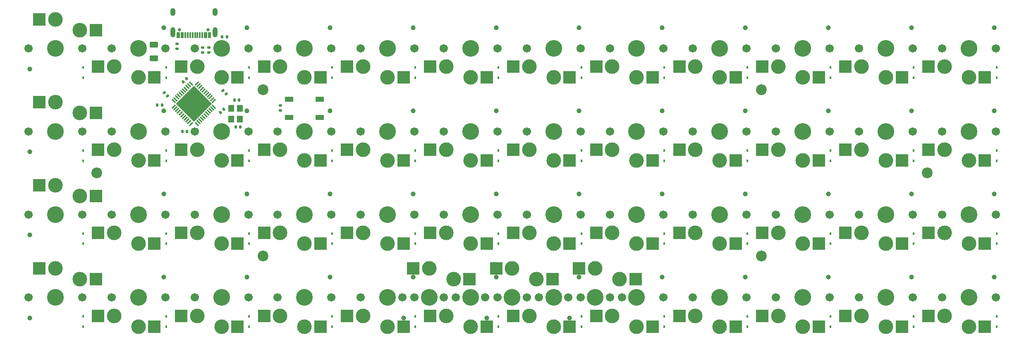
<source format=gbs>
G04 #@! TF.GenerationSoftware,KiCad,Pcbnew,(6.0.4-0)*
G04 #@! TF.CreationDate,2023-09-21T22:36:30-05:00*
G04 #@! TF.ProjectId,dogema48_cfx,646f6765-6d61-4343-985f-6366782e6b69,rev?*
G04 #@! TF.SameCoordinates,Original*
G04 #@! TF.FileFunction,Soldermask,Bot*
G04 #@! TF.FilePolarity,Negative*
%FSLAX45Y45*%
G04 Gerber Fmt 4.5, Leading zero omitted, Abs format (unit mm)*
G04 Created by KiCad (PCBNEW (6.0.4-0)) date 2023-09-21 22:36:30*
%MOMM*%
%LPD*%
G01*
G04 APERTURE LIST*
G04 Aperture macros list*
%AMRoundRect*
0 Rectangle with rounded corners*
0 $1 Rounding radius*
0 $2 $3 $4 $5 $6 $7 $8 $9 X,Y pos of 4 corners*
0 Add a 4 corners polygon primitive as box body*
4,1,4,$2,$3,$4,$5,$6,$7,$8,$9,$2,$3,0*
0 Add four circle primitives for the rounded corners*
1,1,$1+$1,$2,$3*
1,1,$1+$1,$4,$5*
1,1,$1+$1,$6,$7*
1,1,$1+$1,$8,$9*
0 Add four rect primitives between the rounded corners*
20,1,$1+$1,$2,$3,$4,$5,0*
20,1,$1+$1,$4,$5,$6,$7,0*
20,1,$1+$1,$6,$7,$8,$9,0*
20,1,$1+$1,$8,$9,$2,$3,0*%
%AMRotRect*
0 Rectangle, with rotation*
0 The origin of the aperture is its center*
0 $1 length*
0 $2 width*
0 $3 Rotation angle, in degrees counterclockwise*
0 Add horizontal line*
21,1,$1,$2,0,0,$3*%
G04 Aperture macros list end*
%ADD10C,3.429000*%
%ADD11C,1.701800*%
%ADD12C,3.000000*%
%ADD13C,0.990600*%
%ADD14R,2.600000X2.600000*%
%ADD15C,2.200000*%
%ADD16R,0.450000X0.600000*%
%ADD17RoundRect,0.140000X0.219203X0.021213X0.021213X0.219203X-0.219203X-0.021213X-0.021213X-0.219203X0*%
%ADD18RoundRect,0.135000X-0.185000X0.135000X-0.185000X-0.135000X0.185000X-0.135000X0.185000X0.135000X0*%
%ADD19RoundRect,0.140000X0.021213X-0.219203X0.219203X-0.021213X-0.021213X0.219203X-0.219203X0.021213X0*%
%ADD20RoundRect,0.062500X0.291682X0.380070X-0.380070X-0.291682X-0.291682X-0.380070X0.380070X0.291682X0*%
%ADD21RoundRect,0.062500X-0.291682X0.380070X-0.380070X0.291682X0.291682X-0.380070X0.380070X-0.291682X0*%
%ADD22RotRect,5.200000X5.200000X225.000000*%
%ADD23RoundRect,0.140000X-0.140000X-0.170000X0.140000X-0.170000X0.140000X0.170000X-0.140000X0.170000X0*%
%ADD24R,1.200000X1.400000*%
%ADD25RoundRect,0.140000X-0.021213X0.219203X-0.219203X0.021213X0.021213X-0.219203X0.219203X-0.021213X0*%
%ADD26RoundRect,0.135000X0.135000X0.185000X-0.135000X0.185000X-0.135000X-0.185000X0.135000X-0.185000X0*%
%ADD27R,1.800000X1.100000*%
%ADD28RoundRect,0.135000X-0.135000X-0.185000X0.135000X-0.185000X0.135000X0.185000X-0.135000X0.185000X0*%
%ADD29RoundRect,0.140000X0.140000X0.170000X-0.140000X0.170000X-0.140000X-0.170000X0.140000X-0.170000X0*%
%ADD30C,0.650000*%
%ADD31R,0.300000X1.150000*%
%ADD32O,1.000000X2.100000*%
%ADD33O,1.000000X1.600000*%
%ADD34RoundRect,0.250000X-0.625000X0.375000X-0.625000X-0.375000X0.625000X-0.375000X0.625000X0.375000X0*%
%ADD35RoundRect,0.140000X-0.219203X-0.021213X-0.021213X-0.219203X0.219203X0.021213X0.021213X0.219203X0*%
G04 APERTURE END LIST*
D10*
G04 #@! TO.C,SW25*
X15087493Y-5737497D03*
D11*
X15637493Y-5737497D03*
D12*
X15087493Y-6332497D03*
D11*
X14537493Y-5737497D03*
D12*
X14587493Y-6112497D03*
D13*
X15609493Y-5317497D03*
D14*
X15414993Y-6332497D03*
X14259993Y-6112497D03*
G04 #@! TD*
D11*
G04 #@! TO.C,SW17*
X19037491Y-4037498D03*
D12*
X18487491Y-4632498D03*
D11*
X17937491Y-4037498D03*
D12*
X17987491Y-4412498D03*
D10*
X18487491Y-4037498D03*
D13*
X19009491Y-3617498D03*
D14*
X18814991Y-4632498D03*
X17659991Y-4412498D03*
G04 #@! TD*
D12*
G04 #@! TO.C,SW23*
X11687494Y-6332497D03*
D10*
X11687494Y-5737497D03*
D11*
X11137495Y-5737497D03*
D12*
X11187494Y-6112497D03*
D11*
X12237494Y-5737497D03*
D13*
X12209494Y-5317497D03*
D14*
X12014994Y-6332497D03*
X10859995Y-6112497D03*
G04 #@! TD*
D11*
G04 #@! TO.C,SW26*
X17337492Y-5737497D03*
D12*
X16787492Y-6332497D03*
X16287492Y-6112497D03*
D13*
X17309492Y-5317497D03*
D10*
X16787492Y-5737497D03*
D11*
X16237492Y-5737497D03*
D14*
X17114992Y-6332497D03*
X15959992Y-6112497D03*
G04 #@! TD*
D10*
G04 #@! TO.C,SW13*
X11687494Y-4037498D03*
D11*
X11137495Y-4037498D03*
D13*
X12209494Y-3617498D03*
D12*
X11187494Y-4412498D03*
D11*
X12237494Y-4037498D03*
D12*
X11687494Y-4632498D03*
D14*
X12014994Y-4632498D03*
X10859995Y-4412498D03*
G04 #@! TD*
D15*
G04 #@! TO.C,H4*
X26137488Y-4887498D03*
G04 #@! TD*
D12*
G04 #@! TO.C,SW20*
X23087489Y-4412498D03*
D11*
X24137489Y-4037498D03*
X23037489Y-4037498D03*
D12*
X23587489Y-4632498D03*
D10*
X23587489Y-4037498D03*
D13*
X24109489Y-3617498D03*
D14*
X23914989Y-4632498D03*
X22759989Y-4412498D03*
G04 #@! TD*
D11*
G04 #@! TO.C,SW16*
X16237492Y-4037498D03*
X17337492Y-4037498D03*
D13*
X17309492Y-3617498D03*
D12*
X16287492Y-4412498D03*
X16787492Y-4632498D03*
D10*
X16787492Y-4037498D03*
D14*
X17114992Y-4632498D03*
X15959992Y-4412498D03*
G04 #@! TD*
D12*
G04 #@! TO.C,SW4*
X12887494Y-2712499D03*
X13387494Y-2932499D03*
D10*
X13387494Y-2337499D03*
D13*
X13909494Y-1917499D03*
D11*
X12837494Y-2337499D03*
X13937494Y-2337499D03*
D14*
X13714994Y-2932499D03*
X12559994Y-2712499D03*
G04 #@! TD*
D10*
G04 #@! TO.C,SW1*
X8287496Y-2337499D03*
D12*
X8287496Y-1742499D03*
X8787496Y-1962499D03*
D11*
X7737496Y-2337499D03*
X8837496Y-2337499D03*
D13*
X7765496Y-2757499D03*
D14*
X7959996Y-1742499D03*
X9114996Y-1962499D03*
G04 #@! TD*
D12*
G04 #@! TO.C,SW29*
X21887490Y-6332497D03*
D10*
X21887490Y-5737497D03*
D11*
X22437490Y-5737497D03*
D13*
X22409490Y-5317497D03*
D11*
X21337490Y-5737497D03*
D12*
X21387490Y-6112497D03*
D14*
X22214990Y-6332497D03*
X21059990Y-6112497D03*
G04 #@! TD*
D12*
G04 #@! TO.C,SW15*
X15087493Y-4632498D03*
D11*
X15637493Y-4037498D03*
D13*
X15609493Y-3617498D03*
D11*
X14537493Y-4037498D03*
D12*
X14587493Y-4412498D03*
D10*
X15087493Y-4037498D03*
D14*
X15414993Y-4632498D03*
X14259993Y-4412498D03*
G04 #@! TD*
D11*
G04 #@! TO.C,SW34*
X13937494Y-7437496D03*
D13*
X13909494Y-7017496D03*
D10*
X13387494Y-7437496D03*
D11*
X12837494Y-7437496D03*
D12*
X13387494Y-8032496D03*
X12887494Y-7812496D03*
D14*
X13714994Y-8032496D03*
X12559994Y-7812496D03*
G04 #@! TD*
D10*
G04 #@! TO.C,SW6*
X16787492Y-2337499D03*
D12*
X16787492Y-2932499D03*
D11*
X17337492Y-2337499D03*
D12*
X16287492Y-2712499D03*
D13*
X17309492Y-1917499D03*
D11*
X16237492Y-2337499D03*
D14*
X17114992Y-2932499D03*
X15959992Y-2712499D03*
G04 #@! TD*
D13*
G04 #@! TO.C,SW10*
X24109489Y-1917499D03*
D12*
X23087489Y-2712499D03*
D10*
X23587489Y-2337499D03*
D12*
X23587489Y-2932499D03*
D11*
X23037489Y-2337499D03*
X24137489Y-2337499D03*
D14*
X23914989Y-2932499D03*
X22759989Y-2712499D03*
G04 #@! TD*
D11*
G04 #@! TO.C,SW46*
X27537487Y-5737497D03*
D13*
X27509487Y-5317497D03*
D10*
X26987487Y-5737497D03*
D12*
X26987487Y-6332497D03*
X26487487Y-6112497D03*
D11*
X26437487Y-5737497D03*
D14*
X27314987Y-6332497D03*
X26159987Y-6112497D03*
G04 #@! TD*
D13*
G04 #@! TO.C,SW47*
X17115492Y-7857496D03*
D12*
X18137492Y-7062496D03*
D11*
X17087492Y-7437496D03*
D10*
X17637492Y-7437496D03*
D12*
X17637492Y-6842496D03*
D11*
X18187492Y-7437496D03*
D14*
X17309992Y-6842496D03*
X18464992Y-7062496D03*
G04 #@! TD*
D13*
G04 #@! TO.C,SW33*
X12209494Y-7017496D03*
D12*
X11187494Y-7812496D03*
D11*
X12237494Y-7437496D03*
D10*
X11687494Y-7437496D03*
D12*
X11687494Y-8032496D03*
D11*
X11137495Y-7437496D03*
D14*
X12014994Y-8032496D03*
X10859995Y-7812496D03*
G04 #@! TD*
D13*
G04 #@! TO.C,SW27*
X19009491Y-5317497D03*
D11*
X19037491Y-5737497D03*
D12*
X18487491Y-6332497D03*
D11*
X17937491Y-5737497D03*
D10*
X18487491Y-5737497D03*
D12*
X17987491Y-6112497D03*
D14*
X18814991Y-6332497D03*
X17659991Y-6112497D03*
G04 #@! TD*
D12*
G04 #@! TO.C,SW51*
X19337491Y-6842496D03*
D13*
X18815491Y-7857496D03*
D10*
X19337491Y-7437496D03*
D11*
X18787491Y-7437496D03*
X19887491Y-7437496D03*
D12*
X19837491Y-7062496D03*
D14*
X19009991Y-6842496D03*
X20164991Y-7062496D03*
G04 #@! TD*
D11*
G04 #@! TO.C,SW30*
X23037489Y-5737497D03*
X24137489Y-5737497D03*
D13*
X24109489Y-5317497D03*
D12*
X23087489Y-6112497D03*
X23587489Y-6332497D03*
D10*
X23587489Y-5737497D03*
D14*
X23914989Y-6332497D03*
X22759989Y-6112497D03*
G04 #@! TD*
D10*
G04 #@! TO.C,SW44*
X26987487Y-4037498D03*
D12*
X26487487Y-4412498D03*
D13*
X27509487Y-3617498D03*
D11*
X27537487Y-4037498D03*
X26437487Y-4037498D03*
D12*
X26987487Y-4632498D03*
D14*
X27314987Y-4632498D03*
X26159987Y-4412498D03*
G04 #@! TD*
D15*
G04 #@! TO.C,H5*
X12537494Y-6587497D03*
G04 #@! TD*
G04 #@! TO.C,H2*
X22737489Y-3187498D03*
G04 #@! TD*
D11*
G04 #@! TO.C,SW7*
X19037491Y-2337499D03*
D12*
X18487491Y-2932499D03*
X17987491Y-2712499D03*
D11*
X17937491Y-2337499D03*
D10*
X18487491Y-2337499D03*
D13*
X19009491Y-1917499D03*
D14*
X18814991Y-2932499D03*
X17659991Y-2712499D03*
G04 #@! TD*
D12*
G04 #@! TO.C,SW19*
X21387490Y-4412498D03*
X21887490Y-4632498D03*
D10*
X21887490Y-4037498D03*
D11*
X21337490Y-4037498D03*
X22437490Y-4037498D03*
D13*
X22409490Y-3617498D03*
D14*
X22214990Y-4632498D03*
X21059990Y-4412498D03*
G04 #@! TD*
D11*
G04 #@! TO.C,SW50*
X16487492Y-7437496D03*
D10*
X15937492Y-7437496D03*
D13*
X15415492Y-7857496D03*
D12*
X15937492Y-6842496D03*
D11*
X15387492Y-7437496D03*
D12*
X16437492Y-7062496D03*
D14*
X15609992Y-6842496D03*
X16764992Y-7062496D03*
G04 #@! TD*
D12*
G04 #@! TO.C,SW40*
X23587489Y-8032496D03*
D10*
X23587489Y-7437496D03*
D13*
X24109489Y-7017496D03*
D11*
X23037489Y-7437496D03*
X24137489Y-7437496D03*
D12*
X23087489Y-7812496D03*
D14*
X23914989Y-8032496D03*
X22759989Y-7812496D03*
G04 #@! TD*
D15*
G04 #@! TO.C,H6*
X22737489Y-6587497D03*
G04 #@! TD*
D11*
G04 #@! TO.C,SW24*
X13937494Y-5737497D03*
D13*
X13909494Y-5317497D03*
D12*
X12887494Y-6112497D03*
D10*
X13387494Y-5737497D03*
D12*
X13387494Y-6332497D03*
D11*
X12837494Y-5737497D03*
D14*
X13714994Y-6332497D03*
X12559994Y-6112497D03*
G04 #@! TD*
D11*
G04 #@! TO.C,SW49*
X26437487Y-7437496D03*
D10*
X26987487Y-7437496D03*
D11*
X27537487Y-7437496D03*
D12*
X26487487Y-7812496D03*
X26987487Y-8032496D03*
D13*
X27509487Y-7017496D03*
D14*
X27314987Y-8032496D03*
X26159987Y-7812496D03*
G04 #@! TD*
D12*
G04 #@! TO.C,SW32*
X9987495Y-8032496D03*
X9487495Y-7812496D03*
D11*
X10537495Y-7437496D03*
D10*
X9987495Y-7437496D03*
D13*
X10509495Y-7017496D03*
D11*
X9437495Y-7437496D03*
D14*
X10314995Y-8032496D03*
X9159995Y-7812496D03*
G04 #@! TD*
D12*
G04 #@! TO.C,SW5*
X15087493Y-2932499D03*
D10*
X15087493Y-2337499D03*
D13*
X15609493Y-1917499D03*
D11*
X15637493Y-2337499D03*
X14537493Y-2337499D03*
D12*
X14587493Y-2712499D03*
D14*
X15414993Y-2932499D03*
X14259993Y-2712499D03*
G04 #@! TD*
D11*
G04 #@! TO.C,SW48*
X24737488Y-7437496D03*
D10*
X25287488Y-7437496D03*
D12*
X25287488Y-8032496D03*
X24787488Y-7812496D03*
D13*
X25809488Y-7017496D03*
D11*
X25837488Y-7437496D03*
D14*
X25614988Y-8032496D03*
X24459988Y-7812496D03*
G04 #@! TD*
D11*
G04 #@! TO.C,SW31*
X8837496Y-7437496D03*
D12*
X8787496Y-7062496D03*
D10*
X8287496Y-7437496D03*
D11*
X7737496Y-7437496D03*
D13*
X7765496Y-7857496D03*
D12*
X8287496Y-6842496D03*
D14*
X7959996Y-6842496D03*
X9114996Y-7062496D03*
G04 #@! TD*
D12*
G04 #@! TO.C,SW38*
X20187491Y-8032496D03*
D13*
X20709491Y-7017496D03*
D10*
X20187491Y-7437496D03*
D11*
X19637491Y-7437496D03*
D12*
X19687491Y-7812496D03*
D11*
X20737491Y-7437496D03*
D14*
X20514991Y-8032496D03*
X19359991Y-7812496D03*
G04 #@! TD*
D11*
G04 #@! TO.C,SW35*
X14537493Y-7437496D03*
D10*
X15087493Y-7437496D03*
D11*
X15637493Y-7437496D03*
D12*
X14587493Y-7812496D03*
X15087493Y-8032496D03*
D13*
X15609493Y-7017496D03*
D14*
X15414993Y-8032496D03*
X14259993Y-7812496D03*
G04 #@! TD*
D12*
G04 #@! TO.C,SW45*
X24787488Y-6112497D03*
D13*
X25809488Y-5317497D03*
D12*
X25287488Y-6332497D03*
D10*
X25287488Y-5737497D03*
D11*
X25837488Y-5737497D03*
X24737488Y-5737497D03*
D14*
X25614988Y-6332497D03*
X24459988Y-6112497D03*
G04 #@! TD*
D13*
G04 #@! TO.C,SW18*
X20709491Y-3617498D03*
D11*
X19637491Y-4037498D03*
X20737491Y-4037498D03*
D12*
X20187491Y-4632498D03*
D10*
X20187491Y-4037498D03*
D12*
X19687491Y-4412498D03*
D14*
X20514991Y-4632498D03*
X19359991Y-4412498D03*
G04 #@! TD*
D11*
G04 #@! TO.C,SW41*
X25837488Y-2337499D03*
D12*
X24787488Y-2712499D03*
D10*
X25287488Y-2337499D03*
D12*
X25287488Y-2932499D03*
D13*
X25809488Y-1917499D03*
D11*
X24737488Y-2337499D03*
D14*
X25614988Y-2932499D03*
X24459988Y-2712499D03*
G04 #@! TD*
D12*
G04 #@! TO.C,SW3*
X11687494Y-2932499D03*
D11*
X11137495Y-2337499D03*
D12*
X11187494Y-2712499D03*
D11*
X12237494Y-2337499D03*
D13*
X12209494Y-1917499D03*
D10*
X11687494Y-2337499D03*
D14*
X12014994Y-2932499D03*
X10859995Y-2712499D03*
G04 #@! TD*
D10*
G04 #@! TO.C,SW9*
X21887490Y-2337499D03*
D11*
X22437490Y-2337499D03*
X21337490Y-2337499D03*
D12*
X21887490Y-2932499D03*
X21387490Y-2712499D03*
D13*
X22409490Y-1917499D03*
D14*
X22214990Y-2932499D03*
X21059990Y-2712499D03*
G04 #@! TD*
D13*
G04 #@! TO.C,SW14*
X13909494Y-3617498D03*
D11*
X12837494Y-4037498D03*
X13937494Y-4037498D03*
D12*
X12887494Y-4412498D03*
D10*
X13387494Y-4037498D03*
D12*
X13387494Y-4632498D03*
D14*
X13714994Y-4632498D03*
X12559994Y-4412498D03*
G04 #@! TD*
D12*
G04 #@! TO.C,SW21*
X8787496Y-5362497D03*
X8287496Y-5142497D03*
D11*
X7737496Y-5737497D03*
X8837496Y-5737497D03*
D10*
X8287496Y-5737497D03*
D13*
X7765496Y-6157497D03*
D14*
X7959996Y-5142497D03*
X9114996Y-5362497D03*
G04 #@! TD*
D12*
G04 #@! TO.C,SW2*
X9487495Y-2712499D03*
D10*
X9987495Y-2337499D03*
D13*
X10509495Y-1917499D03*
D12*
X9987495Y-2932499D03*
D11*
X9437495Y-2337499D03*
X10537495Y-2337499D03*
D14*
X10314995Y-2932499D03*
X9159995Y-2712499D03*
G04 #@! TD*
D12*
G04 #@! TO.C,SW12*
X9487495Y-4412498D03*
D13*
X10509495Y-3617498D03*
D12*
X9987495Y-4632498D03*
D10*
X9987495Y-4037498D03*
D11*
X10537495Y-4037498D03*
X9437495Y-4037498D03*
D14*
X10314995Y-4632498D03*
X9159995Y-4412498D03*
G04 #@! TD*
D12*
G04 #@! TO.C,SW36*
X16287492Y-7812496D03*
D11*
X17337492Y-7437496D03*
D12*
X16787492Y-8032496D03*
D10*
X16787492Y-7437496D03*
D13*
X17309492Y-7017496D03*
D11*
X16237492Y-7437496D03*
D14*
X17114992Y-8032496D03*
X15959992Y-7812496D03*
G04 #@! TD*
D11*
G04 #@! TO.C,SW22*
X9437495Y-5737497D03*
D12*
X9987495Y-6332497D03*
D13*
X10509495Y-5317497D03*
D11*
X10537495Y-5737497D03*
D10*
X9987495Y-5737497D03*
D12*
X9487495Y-6112497D03*
D14*
X10314995Y-6332497D03*
X9159995Y-6112497D03*
G04 #@! TD*
D11*
G04 #@! TO.C,SW43*
X24737488Y-4037498D03*
X25837488Y-4037498D03*
D12*
X24787488Y-4412498D03*
D10*
X25287488Y-4037498D03*
D13*
X25809488Y-3617498D03*
D12*
X25287488Y-4632498D03*
D14*
X25614988Y-4632498D03*
X24459988Y-4412498D03*
G04 #@! TD*
D11*
G04 #@! TO.C,SW28*
X19637491Y-5737497D03*
X20737491Y-5737497D03*
D12*
X20187491Y-6332497D03*
D13*
X20709491Y-5317497D03*
D12*
X19687491Y-6112497D03*
D10*
X20187491Y-5737497D03*
D14*
X20514991Y-6332497D03*
X19359991Y-6112497D03*
G04 #@! TD*
D15*
G04 #@! TO.C,H3*
X9137496Y-4887498D03*
G04 #@! TD*
D11*
G04 #@! TO.C,SW37*
X17937491Y-7437496D03*
D10*
X18487491Y-7437496D03*
D12*
X17987491Y-7812496D03*
X18487491Y-8032496D03*
D11*
X19037491Y-7437496D03*
D13*
X19009491Y-7017496D03*
D14*
X18814991Y-8032496D03*
X17659991Y-7812496D03*
G04 #@! TD*
D11*
G04 #@! TO.C,SW11*
X8837496Y-4037498D03*
X7737496Y-4037498D03*
D12*
X8787496Y-3662498D03*
D13*
X7765496Y-4457498D03*
D12*
X8287496Y-3442498D03*
D10*
X8287496Y-4037498D03*
D14*
X7959996Y-3442498D03*
X9114996Y-3662498D03*
G04 #@! TD*
D13*
G04 #@! TO.C,SW39*
X22409490Y-7017496D03*
D12*
X21387490Y-7812496D03*
X21887490Y-8032496D03*
D11*
X21337490Y-7437496D03*
D10*
X21887490Y-7437496D03*
D11*
X22437490Y-7437496D03*
D14*
X22214990Y-8032496D03*
X21059990Y-7812496D03*
G04 #@! TD*
D15*
G04 #@! TO.C,H1*
X12537494Y-3187498D03*
G04 #@! TD*
D10*
G04 #@! TO.C,SW42*
X26987487Y-2337499D03*
D11*
X26437487Y-2337499D03*
D13*
X27509487Y-1917499D03*
D12*
X26487487Y-2712499D03*
X26987487Y-2932499D03*
D11*
X27537487Y-2337499D03*
D14*
X27314987Y-2932499D03*
X26159987Y-2712499D03*
G04 #@! TD*
D10*
G04 #@! TO.C,SW8*
X20187491Y-2337499D03*
D12*
X20187491Y-2932499D03*
D13*
X20709491Y-1917499D03*
D12*
X19687491Y-2712499D03*
D11*
X19637491Y-2337499D03*
X20737491Y-2337499D03*
D14*
X20514991Y-2932499D03*
X19359991Y-2712499D03*
G04 #@! TD*
D16*
G04 #@! TO.C,D35*
X15654159Y-7828330D03*
X15654159Y-8038330D03*
G04 #@! TD*
G04 #@! TO.C,D31*
X8854163Y-7828330D03*
X8854163Y-8038330D03*
G04 #@! TD*
G04 #@! TO.C,D30*
X24154155Y-6128330D03*
X24154155Y-6338330D03*
G04 #@! TD*
G04 #@! TO.C,D34*
X13954160Y-7828330D03*
X13954160Y-8038330D03*
G04 #@! TD*
D17*
G04 #@! TO.C,C5*
X10583941Y-3308941D03*
X10516059Y-3241059D03*
G04 #@! TD*
D18*
G04 #@! TO.C,R4*
X11425000Y-2324000D03*
X11425000Y-2426000D03*
G04 #@! TD*
D16*
G04 #@! TO.C,D11*
X8854163Y-4428331D03*
X8854163Y-4638331D03*
G04 #@! TD*
G04 #@! TO.C,D8*
X20754157Y-2728332D03*
X20754157Y-2938332D03*
G04 #@! TD*
G04 #@! TO.C,D46*
X27554154Y-6128330D03*
X27554154Y-6338330D03*
G04 #@! TD*
G04 #@! TO.C,D22*
X10554162Y-6128330D03*
X10554162Y-6338330D03*
G04 #@! TD*
G04 #@! TO.C,D24*
X13954160Y-6128330D03*
X13954160Y-6338330D03*
G04 #@! TD*
D19*
G04 #@! TO.C,C4*
X11666059Y-3653941D03*
X11733941Y-3586059D03*
G04 #@! TD*
D20*
G04 #@! TO.C,U1*
X11180048Y-3058058D03*
X11215404Y-3093413D03*
X11250759Y-3128769D03*
X11286114Y-3164124D03*
X11321470Y-3199479D03*
X11356825Y-3234835D03*
X11392180Y-3270190D03*
X11427536Y-3305545D03*
X11462891Y-3340901D03*
X11498246Y-3376256D03*
X11533602Y-3411611D03*
D21*
X11533602Y-3530052D03*
X11498246Y-3565407D03*
X11462891Y-3600763D03*
X11427536Y-3636118D03*
X11392180Y-3671473D03*
X11356825Y-3706829D03*
X11321470Y-3742184D03*
X11286114Y-3777539D03*
X11250759Y-3812895D03*
X11215404Y-3848250D03*
X11180048Y-3883605D03*
D20*
X11061608Y-3883605D03*
X11026253Y-3848250D03*
X10990897Y-3812895D03*
X10955542Y-3777539D03*
X10920187Y-3742184D03*
X10884831Y-3706829D03*
X10849476Y-3671473D03*
X10814121Y-3636118D03*
X10778765Y-3600763D03*
X10743410Y-3565407D03*
X10708055Y-3530052D03*
D21*
X10708055Y-3411611D03*
X10743410Y-3376256D03*
X10778765Y-3340901D03*
X10814121Y-3305545D03*
X10849476Y-3270190D03*
X10884831Y-3234835D03*
X10920187Y-3199479D03*
X10955542Y-3164124D03*
X10990897Y-3128769D03*
X11026253Y-3093413D03*
X11061608Y-3058058D03*
D22*
X11120828Y-3470832D03*
G04 #@! TD*
D16*
G04 #@! TO.C,D27*
X19054158Y-6128330D03*
X19054158Y-6338330D03*
G04 #@! TD*
G04 #@! TO.C,D48*
X27554154Y-7828330D03*
X27554154Y-8038330D03*
G04 #@! TD*
G04 #@! TO.C,D4*
X13954160Y-2728332D03*
X13954160Y-2938332D03*
G04 #@! TD*
G04 #@! TO.C,D47*
X25854154Y-7828330D03*
X25854154Y-8038330D03*
G04 #@! TD*
G04 #@! TO.C,D40*
X24154155Y-7828330D03*
X24154155Y-8038330D03*
G04 #@! TD*
G04 #@! TO.C,D29*
X22454156Y-6128330D03*
X22454156Y-6338330D03*
G04 #@! TD*
G04 #@! TO.C,D28*
X20754157Y-6128330D03*
X20754157Y-6338330D03*
G04 #@! TD*
G04 #@! TO.C,D33*
X12254161Y-7828330D03*
X12254161Y-8038330D03*
G04 #@! TD*
G04 #@! TO.C,D15*
X15654159Y-4428331D03*
X15654159Y-4638331D03*
G04 #@! TD*
G04 #@! TO.C,D9*
X22454156Y-2728332D03*
X22454156Y-2938332D03*
G04 #@! TD*
G04 #@! TO.C,D21*
X8854163Y-6128330D03*
X8854163Y-6338330D03*
G04 #@! TD*
D23*
G04 #@! TO.C,C2*
X11952000Y-3400000D03*
X12048000Y-3400000D03*
G04 #@! TD*
D24*
G04 #@! TO.C,Y1*
X11890000Y-3785000D03*
X11890000Y-3565000D03*
X12060000Y-3565000D03*
X12060000Y-3785000D03*
G04 #@! TD*
D16*
G04 #@! TO.C,D42*
X27554154Y-2728332D03*
X27554154Y-2938332D03*
G04 #@! TD*
G04 #@! TO.C,D32*
X10554162Y-7828330D03*
X10554162Y-8038330D03*
G04 #@! TD*
D18*
G04 #@! TO.C,R5*
X11300000Y-2324000D03*
X11300000Y-2426000D03*
G04 #@! TD*
D16*
G04 #@! TO.C,D19*
X22454156Y-4428331D03*
X22454156Y-4638331D03*
G04 #@! TD*
G04 #@! TO.C,D41*
X25854154Y-2728332D03*
X25854154Y-2938332D03*
G04 #@! TD*
G04 #@! TO.C,D10*
X24154155Y-2728332D03*
X24154155Y-2938332D03*
G04 #@! TD*
G04 #@! TO.C,D14*
X13954160Y-4428331D03*
X13954160Y-4638331D03*
G04 #@! TD*
G04 #@! TO.C,D6*
X17354159Y-2728332D03*
X17354159Y-2938332D03*
G04 #@! TD*
D25*
G04 #@! TO.C,C7*
X10968941Y-2953559D03*
X10901059Y-3021441D03*
G04 #@! TD*
D16*
G04 #@! TO.C,D43*
X25854154Y-4428331D03*
X25854154Y-4638331D03*
G04 #@! TD*
G04 #@! TO.C,D18*
X20754157Y-4428331D03*
X20754157Y-4638331D03*
G04 #@! TD*
D26*
G04 #@! TO.C,R6*
X10476000Y-3500000D03*
X10374000Y-3500000D03*
G04 #@! TD*
D16*
G04 #@! TO.C,D16*
X17354159Y-4428331D03*
X17354159Y-4638331D03*
G04 #@! TD*
G04 #@! TO.C,D45*
X25854154Y-6128330D03*
X25854154Y-6338330D03*
G04 #@! TD*
G04 #@! TO.C,D13*
X12254161Y-4428331D03*
X12254161Y-4638331D03*
G04 #@! TD*
G04 #@! TO.C,D25*
X15654159Y-6128330D03*
X15654159Y-6338330D03*
G04 #@! TD*
D27*
G04 #@! TO.C,B1*
X13694000Y-3382000D03*
X13074000Y-3382000D03*
X13694000Y-3752000D03*
X13074000Y-3752000D03*
G04 #@! TD*
D16*
G04 #@! TO.C,D26*
X17354159Y-6128330D03*
X17354159Y-6338330D03*
G04 #@! TD*
G04 #@! TO.C,D1*
X8854163Y-2728332D03*
X8854163Y-2938332D03*
G04 #@! TD*
G04 #@! TO.C,D3*
X12254161Y-2728332D03*
X12254161Y-2938332D03*
G04 #@! TD*
G04 #@! TO.C,D44*
X27554154Y-4428331D03*
X27554154Y-4638331D03*
G04 #@! TD*
D23*
G04 #@! TO.C,C6*
X10883162Y-4037498D03*
X10979162Y-4037498D03*
G04 #@! TD*
D16*
G04 #@! TO.C,D7*
X19054158Y-2728332D03*
X19054158Y-2938332D03*
G04 #@! TD*
D28*
G04 #@! TO.C,R3*
X11699000Y-2100000D03*
X11801000Y-2100000D03*
G04 #@! TD*
D16*
G04 #@! TO.C,D23*
X12254161Y-6128330D03*
X12254161Y-6338330D03*
G04 #@! TD*
D29*
G04 #@! TO.C,C1*
X12073000Y-3950000D03*
X11977000Y-3950000D03*
G04 #@! TD*
D16*
G04 #@! TO.C,D17*
X19054158Y-4428331D03*
X19054158Y-4638331D03*
G04 #@! TD*
D30*
G04 #@! TO.C,J1*
X10831828Y-1960499D03*
X11409828Y-1960499D03*
D31*
X10785828Y-2066999D03*
X10865828Y-2066999D03*
X10995828Y-2066999D03*
X11095828Y-2066999D03*
X11145828Y-2066999D03*
X11245828Y-2066999D03*
X11375828Y-2066999D03*
X11455828Y-2066999D03*
X11425828Y-2066999D03*
X11345828Y-2066999D03*
X11295828Y-2066999D03*
X11195828Y-2066999D03*
X11045828Y-2066999D03*
X10945828Y-2066999D03*
X10895828Y-2066999D03*
X10815828Y-2066999D03*
D32*
X10688828Y-2010499D03*
D33*
X10688828Y-1592499D03*
X11552828Y-1592499D03*
D32*
X11552828Y-2010499D03*
G04 #@! TD*
D16*
G04 #@! TO.C,D12*
X10554162Y-4428331D03*
X10554162Y-4638331D03*
G04 #@! TD*
G04 #@! TO.C,D5*
X15654159Y-2728332D03*
X15654159Y-2938332D03*
G04 #@! TD*
G04 #@! TO.C,D37*
X19054158Y-7828330D03*
X19054158Y-8038330D03*
G04 #@! TD*
G04 #@! TO.C,D36*
X17354159Y-7828330D03*
X17354159Y-8038330D03*
G04 #@! TD*
D34*
G04 #@! TO.C,F1*
X10300000Y-2260000D03*
X10300000Y-2540000D03*
G04 #@! TD*
D35*
G04 #@! TO.C,C3*
X11714059Y-3198059D03*
X11781941Y-3265941D03*
G04 #@! TD*
D18*
G04 #@! TO.C,R2*
X10775000Y-2248000D03*
X10775000Y-2350000D03*
G04 #@! TD*
D16*
G04 #@! TO.C,D39*
X22454156Y-7828330D03*
X22454156Y-8038330D03*
G04 #@! TD*
D18*
G04 #@! TO.C,R1*
X12895000Y-3510000D03*
X12895000Y-3612000D03*
G04 #@! TD*
D16*
G04 #@! TO.C,D20*
X24154155Y-4428331D03*
X24154155Y-4638331D03*
G04 #@! TD*
G04 #@! TO.C,D38*
X20754157Y-7828330D03*
X20754157Y-8038330D03*
G04 #@! TD*
G04 #@! TO.C,D2*
X10554162Y-2728332D03*
X10554162Y-2938332D03*
G04 #@! TD*
M02*

</source>
